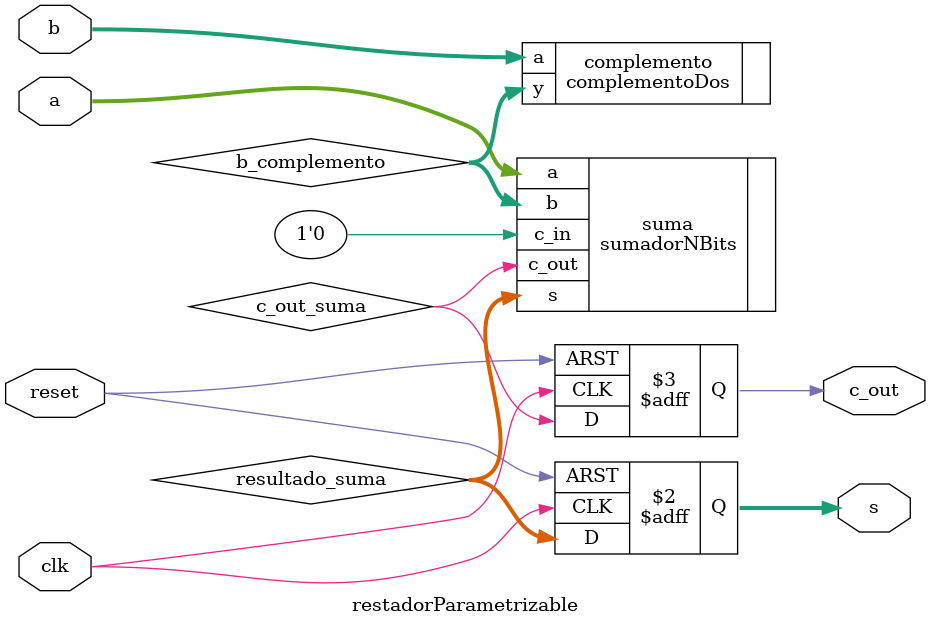
<source format=sv>
module restadorParametrizable #(parameter N=8) (
	input logic clk,
	input logic reset,
	input logic [N-1:0] a, b,
	output logic [N-1:0] s,
	output logic c_out
);

	logic [N-1:0] b_complemento; // Complemento a Dos de B
	logic [N-1:0] resultado_suma; // Resultado de la suma
	logic c_out_suma; // Carry de la suma
	
	
	complementoDos #(N) complemento ( // Complemento a B
		.a(b), // Entrada
		.y(b_complemento) // Salida
	);
	
	sumadorNBits #(N) suma ( // Suma de A + (B Complemento)
		.a(a),
		.b(b_complemento),
		.c_in(1'b0), // Acarreo inicial
		.s(resultado_suma), // Resultado Suma
		.c_out(c_out_suma) // Acarreo del resultado
	);
	
	// Reset
	always_ff @(posedge clk or posedge reset) begin
		if (reset) begin
			s <= 'b0;
			c_out <= 'b0;
		end else begin 
			s <= resultado_suma;
			c_out <= c_out_suma;
		end
	end


endmodule
</source>
